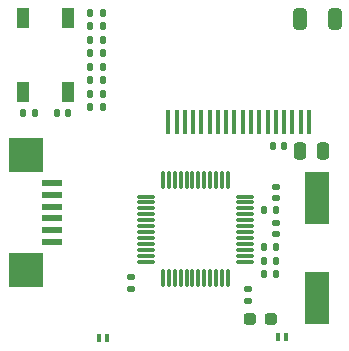
<source format=gtp>
G04 #@! TF.GenerationSoftware,KiCad,Pcbnew,(6.0.2-0)*
G04 #@! TF.CreationDate,2022-09-17T18:07:09+02:00*
G04 #@! TF.ProjectId,ER-TFT1_69-1 Adapter,45522d54-4654-4315-9f36-392d31204164,rev?*
G04 #@! TF.SameCoordinates,Original*
G04 #@! TF.FileFunction,Paste,Top*
G04 #@! TF.FilePolarity,Positive*
%FSLAX46Y46*%
G04 Gerber Fmt 4.6, Leading zero omitted, Abs format (unit mm)*
G04 Created by KiCad (PCBNEW (6.0.2-0)) date 2022-09-17 18:07:09*
%MOMM*%
%LPD*%
G01*
G04 APERTURE LIST*
G04 Aperture macros list*
%AMRoundRect*
0 Rectangle with rounded corners*
0 $1 Rounding radius*
0 $2 $3 $4 $5 $6 $7 $8 $9 X,Y pos of 4 corners*
0 Add a 4 corners polygon primitive as box body*
4,1,4,$2,$3,$4,$5,$6,$7,$8,$9,$2,$3,0*
0 Add four circle primitives for the rounded corners*
1,1,$1+$1,$2,$3*
1,1,$1+$1,$4,$5*
1,1,$1+$1,$6,$7*
1,1,$1+$1,$8,$9*
0 Add four rect primitives between the rounded corners*
20,1,$1+$1,$2,$3,$4,$5,0*
20,1,$1+$1,$4,$5,$6,$7,0*
20,1,$1+$1,$6,$7,$8,$9,0*
20,1,$1+$1,$8,$9,$2,$3,0*%
G04 Aperture macros list end*
%ADD10RoundRect,0.135000X-0.135000X-0.185000X0.135000X-0.185000X0.135000X0.185000X-0.135000X0.185000X0*%
%ADD11RoundRect,0.135000X0.135000X0.185000X-0.135000X0.185000X-0.135000X-0.185000X0.135000X-0.185000X0*%
%ADD12R,2.000000X4.500000*%
%ADD13RoundRect,0.250000X-0.325000X-0.650000X0.325000X-0.650000X0.325000X0.650000X-0.325000X0.650000X0*%
%ADD14R,0.350000X2.000000*%
%ADD15RoundRect,0.135000X-0.185000X0.135000X-0.185000X-0.135000X0.185000X-0.135000X0.185000X0.135000X0*%
%ADD16RoundRect,0.140000X-0.140000X-0.170000X0.140000X-0.170000X0.140000X0.170000X-0.140000X0.170000X0*%
%ADD17RoundRect,0.140000X0.140000X0.170000X-0.140000X0.170000X-0.140000X-0.170000X0.140000X-0.170000X0*%
%ADD18RoundRect,0.140000X0.170000X-0.140000X0.170000X0.140000X-0.170000X0.140000X-0.170000X-0.140000X0*%
%ADD19RoundRect,0.100000X0.100000X0.250000X-0.100000X0.250000X-0.100000X-0.250000X0.100000X-0.250000X0*%
%ADD20RoundRect,0.237500X-0.287500X-0.237500X0.287500X-0.237500X0.287500X0.237500X-0.287500X0.237500X0*%
%ADD21RoundRect,0.250000X-0.250000X-0.475000X0.250000X-0.475000X0.250000X0.475000X-0.250000X0.475000X0*%
%ADD22R,3.000000X3.000000*%
%ADD23R,1.800000X0.600000*%
%ADD24R,1.000000X1.700000*%
%ADD25RoundRect,0.075000X0.662500X0.075000X-0.662500X0.075000X-0.662500X-0.075000X0.662500X-0.075000X0*%
%ADD26RoundRect,0.075000X0.075000X0.662500X-0.075000X0.662500X-0.075000X-0.662500X0.075000X-0.662500X0*%
G04 APERTURE END LIST*
D10*
X117615000Y-84331601D03*
X118635000Y-84331601D03*
X117615000Y-86617601D03*
X118635000Y-86617601D03*
D11*
X133284593Y-98756401D03*
X132264593Y-98756401D03*
D12*
X136782593Y-106211601D03*
X136782593Y-97711601D03*
D10*
X117615000Y-82045601D03*
X118635000Y-82045601D03*
D13*
X135325000Y-82525000D03*
X138275000Y-82525000D03*
D14*
X124206200Y-91281600D03*
X124906200Y-91281600D03*
X125606200Y-91281600D03*
X126306200Y-91281600D03*
X127006200Y-91281600D03*
X127706200Y-91281600D03*
X128406200Y-91281600D03*
X129106200Y-91281600D03*
X129806200Y-91281600D03*
X130506200Y-91281600D03*
X131206200Y-91281600D03*
X131906200Y-91281600D03*
X132606200Y-91281600D03*
X133306200Y-91281600D03*
X134006200Y-91281600D03*
X134706200Y-91281600D03*
X135406200Y-91281600D03*
X136106200Y-91281600D03*
D15*
X130987593Y-105411601D03*
X130987593Y-106431601D03*
D10*
X117615000Y-85474601D03*
X118635000Y-85474601D03*
D16*
X132345393Y-104161601D03*
X133305393Y-104161601D03*
D10*
X111935593Y-90554601D03*
X112955593Y-90554601D03*
D17*
X115744993Y-90554601D03*
X114784993Y-90554601D03*
D10*
X117615000Y-83188601D03*
X118635000Y-83188601D03*
D18*
X133282593Y-100760401D03*
X133282593Y-99800401D03*
D19*
X119018593Y-109604601D03*
X118318593Y-109604601D03*
D20*
X131140193Y-107976601D03*
X132890193Y-107976601D03*
D19*
X134207593Y-109486601D03*
X133507593Y-109486601D03*
D21*
X135371593Y-93729601D03*
X137271593Y-93729601D03*
D16*
X132345393Y-103018601D03*
X133305393Y-103018601D03*
D22*
X112158593Y-94086601D03*
X112158593Y-103786601D03*
D23*
X114328593Y-96436601D03*
X114328593Y-97436601D03*
X114328593Y-98436601D03*
X114328593Y-99436601D03*
X114328593Y-100436601D03*
X114328593Y-101436601D03*
D24*
X115742593Y-88751601D03*
X115742593Y-82451601D03*
X111942593Y-82451601D03*
X111942593Y-88751601D03*
D17*
X133987593Y-93336601D03*
X133027593Y-93336601D03*
D15*
X121081593Y-104366301D03*
X121081593Y-105386301D03*
D18*
X133282593Y-97712401D03*
X133282593Y-96752401D03*
D10*
X117615000Y-90046601D03*
X118635000Y-90046601D03*
X117615000Y-87760601D03*
X118635000Y-87760601D03*
D16*
X132345393Y-101875601D03*
X133305393Y-101875601D03*
D10*
X117615000Y-88903601D03*
X118635000Y-88903601D03*
D25*
X130659893Y-103086601D03*
X130659893Y-102586601D03*
X130659893Y-102086601D03*
X130659893Y-101586601D03*
X130659893Y-101086601D03*
X130659893Y-100586601D03*
X130659893Y-100086601D03*
X130659893Y-99586601D03*
X130659893Y-99086601D03*
X130659893Y-98586601D03*
X130659893Y-98086601D03*
X130659893Y-97586601D03*
D26*
X129247393Y-96174101D03*
X128747393Y-96174101D03*
X128247393Y-96174101D03*
X127747393Y-96174101D03*
X127247393Y-96174101D03*
X126747393Y-96174101D03*
X126247393Y-96174101D03*
X125747393Y-96174101D03*
X125247393Y-96174101D03*
X124747393Y-96174101D03*
X124247393Y-96174101D03*
X123747393Y-96174101D03*
D25*
X122334893Y-97586601D03*
X122334893Y-98086601D03*
X122334893Y-98586601D03*
X122334893Y-99086601D03*
X122334893Y-99586601D03*
X122334893Y-100086601D03*
X122334893Y-100586601D03*
X122334893Y-101086601D03*
X122334893Y-101586601D03*
X122334893Y-102086601D03*
X122334893Y-102586601D03*
X122334893Y-103086601D03*
D26*
X123747393Y-104499101D03*
X124247393Y-104499101D03*
X124747393Y-104499101D03*
X125247393Y-104499101D03*
X125747393Y-104499101D03*
X126247393Y-104499101D03*
X126747393Y-104499101D03*
X127247393Y-104499101D03*
X127747393Y-104499101D03*
X128247393Y-104499101D03*
X128747393Y-104499101D03*
X129247393Y-104499101D03*
M02*

</source>
